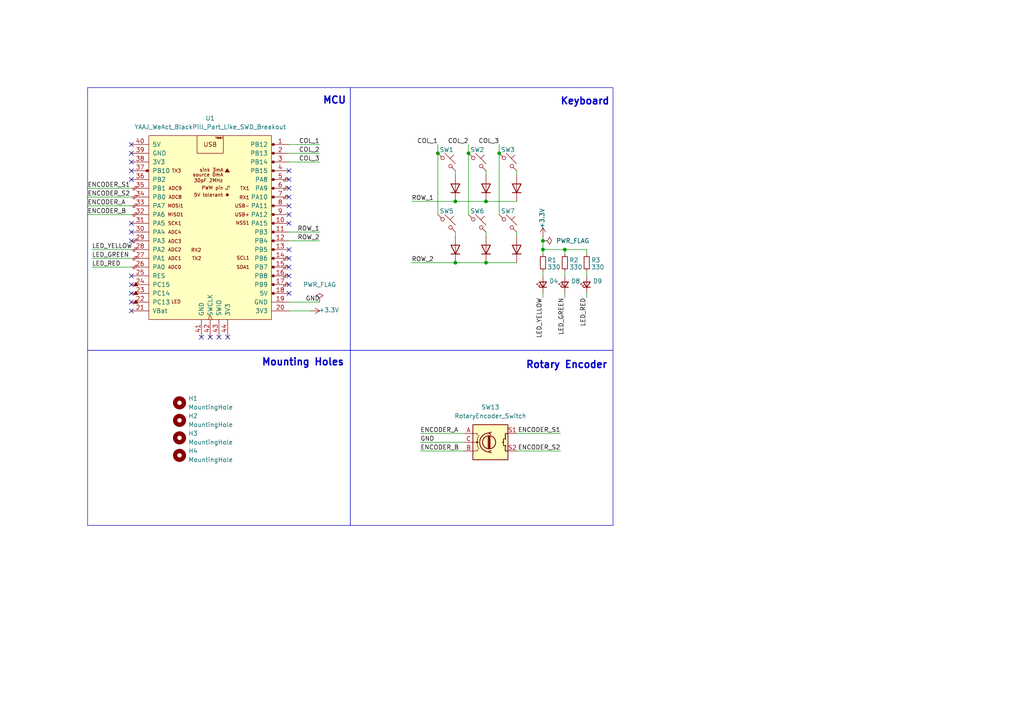
<source format=kicad_sch>
(kicad_sch (version 20231120) (generator "eeschema") (generator_version "8.0")
  (paper "A4")
  (title_block (title "blackpkb") (date "2024-06-07") (rev "v0.1") (company "author - alcato"))
  (lib_symbols
    (symbol "Device:LED_Small" (pin_numbers hide) (pin_names (offset 0.254) hide)
      (property "Reference" "D" (at -1.27 3.175 0))
      (property "Value" "LED_Small" (at -4.445 -2.54 0))
      (symbol "LED_Small_0_1"
        (polyline (pts (xy -0.762 -1.016) (xy -0.762 1.016)) (stroke (width 0.254)))
        (polyline (pts (xy 1.016 0) (xy -0.762 0)))
        (polyline (pts (xy 0.762 -1.016) (xy -0.762 0) (xy 0.762 1.016) (xy 0.762 -1.016)) (stroke (width 0.254)))
        (polyline (pts (xy 0 0.762) (xy -0.508 1.27) (xy -0.254 1.27) (xy -0.508 1.27) (xy -0.508 1.016)))
        (polyline (pts (xy 0.508 1.27) (xy 0 1.778) (xy 0.254 1.778) (xy 0 1.778) (xy 0 1.524)))
      )
      (symbol "LED_Small_1_1"
        (pin passive line (at -2.54 0 0) (length 1.778) (name "K") (number "1"))
        (pin passive line (at 2.54 0 180) (length 1.778) (name "A") (number "2"))
      )
    )
    (symbol "Device:R_Small" (pin_numbers hide) (pin_names (offset 0.254) hide)
      (property "Reference" "R" (at 0.762 0.508 0))
      (property "Value" "R_Small" (at 0.762 -1.016 0))
      (symbol "R_Small_0_1"
        (rectangle (start -0.762 1.778) (end 0.762 -1.778) (stroke (width 0.2032)))
      )
      (symbol "R_Small_1_1"
        (pin passive line (at 0 2.54 270) (length 0.762) (name "~") (number "1"))
        (pin passive line (at 0 -2.54 90) (length 0.762) (name "~") (number "2"))
      )
    )
    (symbol "Device:RotaryEncoder_Switch" (pin_names (offset 0.254) hide)
      (property "Reference" "SW" (at 0 6.604 0))
      (property "Value" "RotaryEncoder_Switch" (at 0 -6.604 0))
      (symbol "RotaryEncoder_Switch_0_1"
        (rectangle (start -5.08 5.08) (end 5.08 -5.08) (stroke (width 0.254)) (fill (type background)))
        (circle (center -3.81 0) (radius 0.254) (fill (type outline)))
        (circle (center -0.381 0) (radius 1.905) (stroke (width 0.254)))
        (arc (start -0.381 2.667) (mid -3.0988 -0.0635) (end -0.381 -2.794) (stroke (width 0.254)))
        (polyline (pts (xy -0.635 -1.778) (xy -0.635 1.778)) (stroke (width 0.254)))
        (polyline (pts (xy -0.381 -1.778) (xy -0.381 1.778)) (stroke (width 0.254)))
        (polyline (pts (xy -0.127 1.778) (xy -0.127 -1.778)) (stroke (width 0.254)))
        (polyline (pts (xy 3.81 0) (xy 3.429 0)) (stroke (width 0.254)))
        (polyline (pts (xy 3.81 1.016) (xy 3.81 -1.016)) (stroke (width 0.254)))
        (polyline (pts (xy -5.08 -2.54) (xy -3.81 -2.54) (xy -3.81 -2.032)))
        (polyline (pts (xy -5.08 2.54) (xy -3.81 2.54) (xy -3.81 2.032)))
        (polyline (pts (xy 0.254 -3.048) (xy -0.508 -2.794) (xy 0.127 -2.413)) (stroke (width 0.254)))
        (polyline (pts (xy 0.254 2.921) (xy -0.508 2.667) (xy 0.127 2.286)) (stroke (width 0.254)))
        (polyline (pts (xy 5.08 -2.54) (xy 4.318 -2.54) (xy 4.318 -1.016)) (stroke (width 0.254)))
        (polyline (pts (xy 5.08 2.54) (xy 4.318 2.54) (xy 4.318 1.016)) (stroke (width 0.254)))
        (polyline (pts (xy -5.08 0) (xy -3.81 0) (xy -3.81 -1.016) (xy -3.302 -2.032)))
        (polyline (pts (xy -4.318 0) (xy -3.81 0) (xy -3.81 1.016) (xy -3.302 2.032)))
        (circle (center 4.318 -1.016) (radius 0.127) (stroke (width 0.254)))
        (circle (center 4.318 1.016) (radius 0.127) (stroke (width 0.254)))
      )
      (symbol "RotaryEncoder_Switch_1_1"
        (pin passive line (at -7.62 2.54 0) (length 2.54) (name "A") (number "A"))
        (pin passive line (at -7.62 -2.54 0) (length 2.54) (name "B") (number "B"))
        (pin passive line (at -7.62 0 0) (length 2.54) (name "C") (number "C"))
        (pin passive line (at 7.62 2.54 180) (length 2.54) (name "S1") (number "S1"))
        (pin passive line (at 7.62 -2.54 180) (length 2.54) (name "S2") (number "S2"))
      )
    )
    (symbol "Diode:1N4148" (pin_numbers hide) (pin_names hide)
      (property "Reference" "D" (at 0 2.54 0))
      (property "Value" "1N4148" (at 0 -2.54 0))
      (symbol "1N4148_0_1"
        (polyline (pts (xy -1.27 1.27) (xy -1.27 -1.27)) (stroke (width 0.254)))
        (polyline (pts (xy 1.27 0) (xy -1.27 0)))
        (polyline (pts (xy 1.27 1.27) (xy 1.27 -1.27) (xy -1.27 0) (xy 1.27 1.27)) (stroke (width 0.254)))
      )
      (symbol "1N4148_1_1"
        (pin passive line (at -3.81 0 0) (length 2.54) (name "K") (number "1"))
        (pin passive line (at 3.81 0 180) (length 2.54) (name "A") (number "2"))
      )
    )
    (symbol "Mechanical:MountingHole" (pin_names (offset 1.016)) (exclude_from_sim yes) (in_bom no)
      (property "Reference" "H" (at 0 5.08 0))
      (property "Value" "MountingHole" (at 0 3.175 0))
      (symbol "MountingHole_0_1"
        (circle (center 0 0) (radius 1.27) (stroke (width 1.27)))
      )
    )
    (symbol "Switch:SW_Push_45deg" (pin_numbers hide) (pin_names (offset 1.016) hide)
      (property "Reference" "SW" (at 3.048 1.016 0))
      (property "Value" "SW_Push_45deg" (at 0 -3.81 0))
      (symbol "SW_Push_45deg_0_1"
        (circle (center -1.1684 1.1684) (radius 0.508))
        (polyline (pts (xy -0.508 2.54) (xy 2.54 -0.508)))
        (polyline (pts (xy 1.016 1.016) (xy 2.032 2.032)))
        (polyline (pts (xy -2.54 2.54) (xy -1.524 1.524) (xy -1.524 1.524)))
        (polyline (pts (xy 1.524 -1.524) (xy 2.54 -2.54) (xy 2.54 -2.54) (xy 2.54 -2.54)))
        (circle (center 1.143 -1.1938) (radius 0.508))
        (pin passive line (at -2.54 2.54 0) (length 0) (name "1") (number "1"))
        (pin passive line (at 2.54 -2.54 180) (length 0) (name "2") (number "2"))
      )
    )
    (symbol "YAAJ_WeAct_BlackPill_Part_Like_SWD_Breakout:YAAJ_WeAct_BlackPill_Part_Like_SWD_Breakout" (pin_names (offset 1.016))
      (property "Reference" "U" (at -17.526 27.94 0))
      (property "Value" "YAAJ_WeAct_BlackPill_Part_Like_SWD_Breakout" (at 9.144 27.94 0))
      (symbol "YAAJ_WeAct_BlackPill_Part_Like_SWD_Breakout_0_0"
        (circle (center -18.288 -20.32) (radius 0.3556) (fill (type outline)))
        (circle (center -18.288 -17.78) (radius 0.3556) (fill (type outline)))
        (circle (center -18.288 -15.24) (radius 0.3556) (fill (type outline)))
        (circle (center -18.288 -12.7) (radius 0.3556) (fill (type outline)))
        (circle (center -18.288 -10.16) (radius 0.3556) (fill (type outline)))
        (circle (center -18.288 -7.62) (radius 0.3556) (fill (type outline)))
        (circle (center -18.288 -5.08) (radius 0.3556) (fill (type outline)))
        (circle (center -18.288 -2.54) (radius 0.3556) (fill (type outline)))
        (circle (center -18.288 0) (radius 0.3556) (fill (type outline)))
        (circle (center -18.288 2.54) (radius 0.3556) (fill (type outline)))
        (circle (center -18.288 5.08) (radius 0.3556) (fill (type outline)))
        (circle (center -18.288 7.62) (radius 0.3556) (fill (type outline)))
        (circle (center -18.288 10.16) (radius 0.3556) (fill (type outline)))
        (circle (center -18.288 12.7) (radius 0.3556) (fill (type outline)))
        (circle (center -18.288 15.24) (radius 0.3556) (fill (type outline)))
        (circle (center -18.288 17.78) (radius 0.3556) (fill (type outline)))
        (circle (center -18.288 22.86) (radius 0.3556) (fill (type outline)))
        (circle (center -4.953 8.255) (radius 0.127) (fill (type outline)))
        (circle (center -4.953 8.255) (radius 0.254))
        (circle (center -4.953 8.255) (radius 0.3556))
        (polyline (pts (xy -5.588 14.859) (xy -4.953 15.875) (xy -4.318 14.859) (xy -5.588 14.859) (xy -4.953 15.748) (xy -4.445 14.859) (xy -5.461 14.986) (xy -4.953 15.621) (xy -4.572 14.859) (xy -5.334 15.113) (xy -4.826 15.494) (xy -4.699 14.859) (xy -5.207 15.24) (xy -4.699 15.367) (xy -4.826 14.986) (xy -5.08 15.24) (xy -4.826 15.113) (xy -4.953 15.367)))
        (polyline (pts (xy 20.955 -23.241) (xy 21.59 -22.225) (xy 22.225 -23.241) (xy 20.955 -23.241) (xy 21.59 -22.352) (xy 22.098 -23.241) (xy 21.082 -23.114) (xy 21.59 -22.479) (xy 21.971 -23.241) (xy 21.209 -22.987) (xy 21.717 -22.606) (xy 21.844 -23.241) (xy 21.336 -22.86) (xy 21.844 -22.733) (xy 21.717 -23.114) (xy 21.463 -22.86) (xy 21.717 -22.987) (xy 21.59 -22.733)))
        (polyline (pts (xy 20.955 -20.701) (xy 21.59 -19.685) (xy 22.225 -20.701) (xy 20.955 -20.701) (xy 21.59 -19.812) (xy 22.098 -20.701) (xy 21.082 -20.574) (xy 21.59 -19.939) (xy 21.971 -20.701) (xy 21.209 -20.447) (xy 21.717 -20.066) (xy 21.844 -20.701) (xy 21.336 -20.32) (xy 21.844 -20.193) (xy 21.717 -20.574) (xy 21.463 -20.32) (xy 21.717 -20.447) (xy 21.59 -20.193)))
        (polyline (pts (xy 20.955 -18.161) (xy 21.59 -17.145) (xy 22.225 -18.161) (xy 20.955 -18.161) (xy 21.59 -17.272) (xy 22.098 -18.161) (xy 21.082 -18.034) (xy 21.59 -17.399) (xy 21.971 -18.161) (xy 21.209 -17.907) (xy 21.717 -17.526) (xy 21.844 -18.161) (xy 21.336 -17.78) (xy 21.844 -17.653) (xy 21.717 -18.034) (xy 21.463 -17.78) (xy 21.717 -17.907) (xy 21.59 -17.653)))
        (circle (center 18.288 15.24) (radius 0.254) (fill (type outline)))
        (circle (center 18.288 15.24) (radius 0.3556))
        (text "30pF 2MHz" (at 0.508 12.446 0) (effects (font (size 0.9906 0.9906))))
        (text "5V tolerant" (at 0.508 8.255 0) (effects (font (size 0.9906 0.9906))))
        (text "ADC0" (at 10.287 -12.7 0) (effects (font (size 0.9906 0.9906))))
        (text "ADC1" (at 10.287 -10.16 0) (effects (font (size 0.9906 0.9906))))
        (text "ADC2" (at 10.287 -7.62 0) (effects (font (size 0.9906 0.9906))))
        (text "ADC3" (at 10.287 -5.207 0) (effects (font (size 0.9906 0.9906))))
        (text "ADC4" (at 10.287 -2.54 0) (effects (font (size 0.9906 0.9906))))
        (text "ADC8" (at 10.16 7.62 0) (effects (font (size 0.9906 0.9906))))
        (text "ADC9" (at 10.16 10.16 0) (effects (font (size 0.9906 0.9906))))
        (text "LED" (at 9.906 -22.733 0) (effects (font (size 0.9906 0.9906))))
        (text "MISO1" (at 10.033 2.54 0) (effects (font (size 0.9906 0.9906))))
        (text "MOSI1" (at 10.033 5.08 0) (effects (font (size 0.9906 0.9906))))
        (text "NSS1" (at -9.398 0.127 0) (effects (font (size 0.9906 0.9906))))
        (text "PWM pin" (at -0.635 10.287 0) (effects (font (size 0.9906 0.9906))))
        (text "RX1" (at -9.906 7.493 0) (effects (font (size 0.9906 0.9906))))
        (text "RX2" (at 4.064 -7.747 0) (effects (font (size 0.9906 0.9906))))
        (text "SCK1" (at 10.287 0 0) (effects (font (size 0.9906 0.9906))))
        (text "SCL1" (at -9.525 -10.033 0) (effects (font (size 0.9906 0.9906))))
        (text "SDA1" (at -9.525 -12.7 0) (effects (font (size 0.9906 0.9906))))
        (text "sink 3mA" (at -0.381 15.494 0) (effects (font (size 0.9906 0.9906))))
        (text "source 0mA" (at 0.635 14.097 0) (effects (font (size 0.9906 0.9906))))
        (text "TX1" (at -10.033 10.16 0) (effects (font (size 0.9906 0.9906))))
        (text "TX2" (at 3.937 -10.16 0) (effects (font (size 0.9906 0.9906))))
        (text "TX3" (at 9.779 15.24 0) (effects (font (size 0.9906 0.9906))))
        (text "USB" (at 0 22.86 0) (effects (font (size 1.27 1.27))))
        (text "USB+" (at -9.271 2.54 0) (effects (font (size 0.9906 0.9906))))
        (text "USB-" (at -9.271 5.08 0) (effects (font (size 0.9906 0.9906))))
        (text "Y@@J" (at -2.5654 24.8412 0) (effects (font (size 0.508 0.508))))
      )
      (symbol "YAAJ_WeAct_BlackPill_Part_Like_SWD_Breakout_0_1"
        (rectangle (start -17.78 25.4) (end 17.78 -27.94) (fill (type background)))
        (polyline (pts (xy -21.336 -17.78) (xy -21.336 -18.288) (xy -21.844 -18.288) (xy -21.844 -17.272) (xy -22.352 -17.272) (xy -22.352 -17.78)))
        (polyline (pts (xy -21.336 -15.24) (xy -21.336 -15.748) (xy -21.844 -15.748) (xy -21.844 -14.732) (xy -22.352 -14.732) (xy -22.352 -15.24)))
        (polyline (pts (xy -21.336 -12.7) (xy -21.336 -13.208) (xy -21.844 -13.208) (xy -21.844 -12.192) (xy -22.352 -12.192) (xy -22.352 -12.7)))
        (polyline (pts (xy -21.336 -10.16) (xy -21.336 -10.668) (xy -21.844 -10.668) (xy -21.844 -9.652) (xy -22.352 -9.652) (xy -22.352 -10.16)))
        (polyline (pts (xy -21.336 7.62) (xy -21.336 7.112) (xy -21.844 7.112) (xy -21.844 8.128) (xy -22.352 8.128) (xy -22.352 7.62)))
        (polyline (pts (xy -21.336 10.16) (xy -21.336 9.652) (xy -21.844 9.652) (xy -21.844 10.668) (xy -22.352 10.668) (xy -22.352 10.16)))
        (polyline (pts (xy -21.336 12.7) (xy -21.336 12.192) (xy -21.844 12.192) (xy -21.844 13.208) (xy -22.352 13.208) (xy -22.352 12.7)))
        (polyline (pts (xy -4.572 10.287) (xy -4.572 9.779) (xy -5.08 9.779) (xy -5.08 10.795) (xy -5.588 10.795) (xy -5.588 10.287)))
        (polyline (pts (xy 22.352 -12.7) (xy 22.352 -13.208) (xy 21.844 -13.208) (xy 21.844 -12.192) (xy 21.336 -12.192) (xy 21.336 -12.7)))
        (polyline (pts (xy 22.352 -10.16) (xy 22.352 -10.668) (xy 21.844 -10.668) (xy 21.844 -9.652) (xy 21.336 -9.652) (xy 21.336 -10.16)))
        (polyline (pts (xy 22.352 -7.62) (xy 22.352 -8.128) (xy 21.844 -8.128) (xy 21.844 -7.112) (xy 21.336 -7.112) (xy 21.336 -7.62)))
        (polyline (pts (xy 22.352 -5.08) (xy 22.352 -5.588) (xy 21.844 -5.588) (xy 21.844 -4.572) (xy 21.336 -4.572) (xy 21.336 -5.08)))
        (polyline (pts (xy 22.352 2.54) (xy 22.352 2.032) (xy 21.844 2.032) (xy 21.844 3.048) (xy 21.336 3.048) (xy 21.336 2.54)))
        (polyline (pts (xy 22.352 5.08) (xy 22.352 4.572) (xy 21.844 4.572) (xy 21.844 5.588) (xy 21.336 5.588) (xy 21.336 5.08)))
        (polyline (pts (xy 22.352 7.62) (xy 22.352 7.112) (xy 21.844 7.112) (xy 21.844 8.128) (xy 21.336 8.128) (xy 21.336 7.62)))
        (polyline (pts (xy 22.352 10.16) (xy 22.352 9.652) (xy 21.844 9.652) (xy 21.844 10.668) (xy 21.336 10.668) (xy 21.336 10.16)))
        (rectangle (start 3.81 25.4) (end -3.81 20.32))
      )
      (symbol "YAAJ_WeAct_BlackPill_Part_Like_SWD_Breakout_1_1"
        (circle (center -18.288 20.32) (radius 0.3556) (fill (type outline)))
        (pin bidirectional line (at -22.86 22.86 0) (length 5.08) (name "PB12") (number "1"))
        (pin bidirectional line (at -22.86 0 0) (length 5.08) (name "PA15") (number "10"))
        (pin bidirectional line (at -22.86 -2.54 0) (length 5.08) (name "PB3") (number "11"))
        (pin bidirectional line (at -22.86 -5.08 0) (length 5.08) (name "PB4") (number "12"))
        (pin bidirectional line (at -22.86 -7.62 0) (length 5.08) (name "PB5") (number "13"))
        (pin bidirectional line (at -22.86 -10.16 0) (length 5.08) (name "PB6") (number "14"))
        (pin bidirectional line (at -22.86 -12.7 0) (length 5.08) (name "PB7") (number "15"))
        (pin bidirectional line (at -22.86 -15.24 0) (length 5.08) (name "PB8") (number "16"))
        (pin bidirectional line (at -22.86 -17.78 0) (length 5.08) (name "PB9") (number "17"))
        (pin power_in line (at -22.86 -20.32 0) (length 5.08) (name "5V") (number "18"))
        (pin power_in line (at -22.86 -22.86 0) (length 5.08) (name "GND") (number "19"))
        (pin bidirectional line (at -22.86 20.32 0) (length 5.08) (name "PB13") (number "2"))
        (pin power_in line (at -22.86 -25.4 0) (length 5.08) (name "3V3") (number "20"))
        (pin power_in line (at 22.86 -25.4 180) (length 5.08) (name "VBat") (number "21"))
        (pin bidirectional line (at 22.86 -22.86 180) (length 5.08) (name "PC13") (number "22"))
        (pin bidirectional line (at 22.86 -20.32 180) (length 5.08) (name "PC14") (number "23"))
        (pin bidirectional line (at 22.86 -17.78 180) (length 5.08) (name "PC15") (number "24"))
        (pin input line (at 22.86 -15.24 180) (length 5.08) (name "RES") (number "25"))
        (pin bidirectional line (at 22.86 -12.7 180) (length 5.08) (name "PA0") (number "26"))
        (pin bidirectional line (at 22.86 -10.16 180) (length 5.08) (name "PA1") (number "27"))
        (pin bidirectional line (at 22.86 -7.62 180) (length 5.08) (name "PA2") (number "28"))
        (pin bidirectional line (at 22.86 -5.08 180) (length 5.08) (name "PA3") (number "29"))
        (pin bidirectional line (at -22.86 17.78 0) (length 5.08) (name "PB14") (number "3"))
        (pin bidirectional line (at 22.86 -2.54 180) (length 5.08) (name "PA4") (number "30"))
        (pin bidirectional line (at 22.86 0 180) (length 5.08) (name "PA5") (number "31"))
        (pin bidirectional line (at 22.86 2.54 180) (length 5.08) (name "PA6") (number "32"))
        (pin bidirectional line (at 22.86 5.08 180) (length 5.08) (name "PA7") (number "33"))
        (pin bidirectional line (at 22.86 7.62 180) (length 5.08) (name "PB0") (number "34"))
        (pin bidirectional line (at 22.86 10.16 180) (length 5.08) (name "PB1") (number "35"))
        (pin bidirectional line (at 22.86 12.7 180) (length 5.08) (name "PB2") (number "36"))
        (pin bidirectional line (at 22.86 15.24 180) (length 5.08) (name "PB10") (number "37"))
        (pin power_in line (at 22.86 17.78 180) (length 5.08) (name "3V3") (number "38"))
        (pin power_in line (at 22.86 20.32 180) (length 5.08) (name "GND") (number "39"))
        (pin bidirectional line (at -22.86 15.24 0) (length 5.08) (name "PB15") (number "4"))
        (pin power_in line (at 22.86 22.86 180) (length 5.08) (name "5V") (number "40"))
        (pin power_in line (at 2.54 -33.02 90) (length 5.08) (name "GND") (number "41"))
        (pin bidirectional clock (at 0 -33.02 90) (length 5.08) (name "SWCLK") (number "42"))
        (pin bidirectional line (at -2.54 -33.02 90) (length 5.08) (name "SWIO") (number "43"))
        (pin power_in line (at -5.08 -33.02 90) (length 5.08) (name "3V3") (number "44"))
        (pin bidirectional line (at -22.86 12.7 0) (length 5.08) (name "PA8") (number "5"))
        (pin bidirectional line (at -22.86 10.16 0) (length 5.08) (name "PA9") (number "6"))
        (pin bidirectional line (at -22.86 7.62 0) (length 5.08) (name "PA10") (number "7"))
        (pin bidirectional line (at -22.86 5.08 0) (length 5.08) (name "PA11") (number "8"))
        (pin bidirectional line (at -22.86 2.54 0) (length 5.08) (name "PA12") (number "9"))
      )
    )
    (symbol "power:+3.3V" (power) (pin_numbers hide) (pin_names (offset 0) hide)
      (property "Value" "+3.3V" (at 0 3.556 0))
      (symbol "+3.3V_0_1"
        (polyline (pts (xy -0.762 1.27) (xy 0 2.54)))
        (polyline (pts (xy 0 0) (xy 0 2.54)))
        (polyline (pts (xy 0 2.54) (xy 0.762 1.27)))
      )
      (symbol "+3.3V_1_1"
        (pin power_in line (at 0 0 90) (length 0) (name "~") (number "1"))
      )
    )
    (symbol "power:PWR_FLAG" (power) (pin_numbers hide) (pin_names (offset 0) hide)
      (property "Value" "PWR_FLAG" (at 0 3.81 0))
      (symbol "PWR_FLAG_0_0"
        (pin power_out line (at 0 0 90) (length 0) (name "~") (number "1"))
      )
      (symbol "PWR_FLAG_0_1"
        (polyline (pts (xy 0 0) (xy 0 1.27) (xy -1.016 1.905) (xy 0 2.54) (xy 1.016 1.905) (xy 0 1.27)))
      )
    )
  )
  (junction (at 140.97 58.42))
  (junction (at 163.83 72.39))
  (junction (at 135.89 44.45))
  (junction (at 144.78 44.45))
  (junction (at 127 44.45))
  (junction (at 140.97 76.2))
  (junction (at 157.48 69.85))
  (junction (at 132.08 76.2))
  (junction (at 132.08 58.42))
  (junction (at 157.48 72.39))
  (no_connect (at 38.1 52.07))
  (no_connect (at 60.96 97.79))
  (no_connect (at 38.1 67.31))
  (no_connect (at 83.82 57.15))
  (no_connect (at 83.82 80.01))
  (no_connect (at 83.82 72.39))
  (no_connect (at 38.1 80.01))
  (no_connect (at 83.82 82.55))
  (no_connect (at 83.82 52.07))
  (no_connect (at 83.82 54.61))
  (no_connect (at 83.82 59.69))
  (no_connect (at 38.1 41.91))
  (no_connect (at 38.1 49.53))
  (no_connect (at 38.1 69.85))
  (no_connect (at 83.82 74.93))
  (no_connect (at 38.1 46.99))
  (no_connect (at 63.5 97.79))
  (no_connect (at 58.42 97.79))
  (no_connect (at 38.1 64.77))
  (no_connect (at 38.1 44.45))
  (no_connect (at 83.82 49.53))
  (no_connect (at 38.1 85.09))
  (no_connect (at 38.1 90.17))
  (no_connect (at 83.82 64.77))
  (no_connect (at 83.82 77.47))
  (no_connect (at 38.1 87.63))
  (no_connect (at 83.82 85.09))
  (no_connect (at 83.82 62.23))
  (no_connect (at 66.04 97.79))
  (no_connect (at 38.1 82.55))
  (wire (pts (xy 157.48 85.09) (xy 157.48 86.36)))
  (wire (pts (xy 25.4 54.61) (xy 38.1 54.61)))
  (wire (pts (xy 157.48 68.58) (xy 157.48 69.85)))
  (wire (pts (xy 140.97 76.2) (xy 149.86 76.2)))
  (wire (pts (xy 132.08 76.2) (xy 140.97 76.2)))
  (wire (pts (xy 26.67 72.39) (xy 38.1 72.39)))
  (wire (pts (xy 119.38 58.42) (xy 132.08 58.42)))
  (wire (pts (xy 163.83 85.09) (xy 163.83 86.36)))
  (wire (pts (xy 83.82 67.31) (xy 92.71 67.31)))
  (wire (pts (xy 25.4 57.15) (xy 38.1 57.15)))
  (wire (pts (xy 121.92 130.81) (xy 134.62 130.81)))
  (wire (pts (xy 149.86 130.81) (xy 162.56 130.81)))
  (wire (pts (xy 170.18 72.39) (xy 170.18 73.66)))
  (wire (pts (xy 149.86 125.73) (xy 162.56 125.73)))
  (wire (pts (xy 157.48 69.85) (xy 157.48 72.39)))
  (wire (pts (xy 157.48 78.74) (xy 157.48 80.01)))
  (wire (pts (xy 157.48 72.39) (xy 157.48 73.66)))
  (wire (pts (xy 149.86 67.31) (xy 149.86 68.58)))
  (wire (pts (xy 144.78 41.91) (xy 144.78 44.45)))
  (wire (pts (xy 140.97 58.42) (xy 149.86 58.42)))
  (wire (pts (xy 26.67 74.93) (xy 38.1 74.93)))
  (wire (pts (xy 132.08 49.53) (xy 132.08 50.8)))
  (wire (pts (xy 132.08 67.31) (xy 132.08 68.58)))
  (wire (pts (xy 26.67 77.47) (xy 38.1 77.47)))
  (wire (pts (xy 163.83 78.74) (xy 163.83 80.01)))
  (wire (pts (xy 25.4 59.69) (xy 38.1 59.69)))
  (wire (pts (xy 157.48 72.39) (xy 163.83 72.39)))
  (wire (pts (xy 135.89 44.45) (xy 135.89 62.23)))
  (wire (pts (xy 119.38 76.2) (xy 132.08 76.2)))
  (wire (pts (xy 127 41.91) (xy 127 44.45)))
  (wire (pts (xy 127 44.45) (xy 127 62.23)))
  (wire (pts (xy 83.82 69.85) (xy 92.71 69.85)))
  (wire (pts (xy 83.82 44.45) (xy 92.71 44.45)))
  (wire (pts (xy 170.18 85.09) (xy 170.18 86.36)))
  (wire (pts (xy 140.97 49.53) (xy 140.97 50.8)))
  (wire (pts (xy 132.08 58.42) (xy 140.97 58.42)))
  (wire (pts (xy 170.18 78.74) (xy 170.18 80.01)))
  (wire (pts (xy 144.78 44.45) (xy 144.78 62.23)))
  (wire (pts (xy 135.89 41.91) (xy 135.89 44.45)))
  (wire (pts (xy 149.86 49.53) (xy 149.86 50.8)))
  (wire (pts (xy 121.92 128.27) (xy 134.62 128.27)))
  (wire (pts (xy 121.92 125.73) (xy 134.62 125.73)))
  (wire (pts (xy 140.97 67.31) (xy 140.97 68.58)))
  (wire (pts (xy 163.83 72.39) (xy 170.18 72.39)))
  (wire (pts (xy 83.82 90.17) (xy 90.17 90.17)))
  (wire (pts (xy 83.82 41.91) (xy 92.71 41.91)))
  (wire (pts (xy 83.82 87.63) (xy 92.71 87.63)))
  (wire (pts (xy 83.82 46.99) (xy 92.71 46.99)))
  (wire (pts (xy 163.83 72.39) (xy 163.83 73.66)))
  (wire (pts (xy 25.4 62.23) (xy 38.1 62.23)))
  (rectangle (start 25.4 25.4) (end 101.6 101.6))
  (rectangle (start 101.6 25.4) (end 177.8 101.6))
  (rectangle (start 101.6 101.6) (end 177.8 152.4))
  (rectangle (start 25.4 101.6) (end 101.6 152.4))
  (text "Keyboard" (at 169.672 29.464 0) (effects (font (size 2.032 2.032) (bold yes))))
  (text "Mounting Holes" (at 87.884 105.156 0) (effects (font (size 2.032 2.032) (bold yes))))
  (text "MCU" (at 97.028 29.21 0) (effects (font (size 2.032 2.032) (bold yes))))
  (text "Rotary Encoder" (at 164.338 105.918 0) (effects (font (size 2.032 2.032) (bold yes))))
  (label "ENCODER_A" (at 25.4 59.69 0))
  (label "COL_2" (at 135.89 41.91 180))
  (label "ROW_1" (at 92.71 67.31 180))
  (label "COL_1" (at 127 41.91 180))
  (label "COL_3" (at 92.71 46.99 180))
  (label "ROW_2" (at 119.38 76.2 0))
  (label "ENCODER_S1" (at 162.56 125.73 180))
  (label "LED_YELLOW" (at 26.67 72.39 0))
  (label "COL_1" (at 92.71 41.91 180))
  (label "ROW_2" (at 92.71 69.85 180))
  (label "ROW_1" (at 119.38 58.42 0))
  (label "GND" (at 92.71 87.63 180))
  (label "LED_RED" (at 26.67 77.47 0))
  (label "LED_GREEN" (at 26.67 74.93 0))
  (label "ENCODER_S1" (at 25.4 54.61 0))
  (label "ENCODER_B" (at 121.92 130.81 0))
  (label "GND" (at 121.92 128.27 0))
  (label "ENCODER_S2" (at 25.4 57.15 0))
  (label "LED_YELLOW" (at 157.48 86.36 270))
  (label "COL_2" (at 92.71 44.45 180))
  (label "COL_3" (at 144.78 41.91 180))
  (label "ENCODER_S2" (at 162.56 130.81 180))
  (label "ENCODER_B" (at 25.4 62.23 0))
  (label "LED_RED" (at 170.18 86.36 270))
  (label "ENCODER_A" (at 121.92 125.73 0))
  (label "LED_GREEN" (at 163.83 86.36 270))
  (symbol (lib_id "Switch:SW_Push_45deg") (at 129.54 64.77 0) (unit 1)
    (property "Reference" "SW5" (at 129.54 61.214 0))
    (property "Value" "SW_Push_45deg" (effects (hide yes)))
    (property "Footprint" "Button_Switch_Keyboard:SW_Cherry_MX_1.00u_PCB" (effects (hide yes)))
    (property "Description" "Push button switch, normally open, two pins, 45° tilted" (effects (hide yes)))
  )
  (symbol (lib_id "Device:LED_Small") (at 157.48 82.55 90) (unit 1)
    (property "Reference" "D4" (at 159.258 81.534 90) (effects (justify right)))
    (property "Value" "LED_Small" (effects (hide yes)))
    (property "Footprint" "LED_THT:LED_D3.0mm" (effects (hide yes)))
    (property "Description" "Light emitting diode, small symbol" (effects (hide yes)))
  )
  (symbol (lib_id "Mechanical:MountingHole") (at 52.07 127 0) (unit 1) (exclude_from_sim yes) (in_bom no)
    (property "Reference" "H3" (at 54.61 125.7299 0) (effects (justify left)))
    (property "Value" "MountingHole" (at 54.61 128.2699 0) (effects (justify left)))
    (property "Footprint" "MountingHole:MountingHole_2.7mm_M2.5" (effects (hide yes)))
    (property "Description" "Mounting Hole without connection" (effects (hide yes)))
  )
  (symbol (lib_id "Switch:SW_Push_45deg") (at 147.32 46.99 0) (unit 1)
    (property "Reference" "SW3" (at 147.32 43.434 0))
    (property "Value" "SW_Push_45deg" (effects (hide yes)))
    (property "Footprint" "Button_Switch_Keyboard:SW_Cherry_MX_1.00u_PCB" (effects (hide yes)))
    (property "Description" "Push button switch, normally open, two pins, 45° tilted" (effects (hide yes)))
  )
  (symbol (lib_id "Diode:1N4148") (at 140.97 54.61 90) (unit 1)
    (property "Reference" "D2" (effects (hide yes)))
    (property "Value" "1N4148" (effects (hide yes)))
    (property "Footprint" "Diode_THT:D_DO-35_SOD27_P7.62mm_Horizontal" (effects (hide yes)))
    (property "Datasheet" "https://assets.nexperia.com/documents/data-sheet/1N4148_1N4448.pdf" (effects (hide yes)))
    (property "Description" "100V 0.15A standard switching diode, DO-35" (effects (hide yes)))
    (property "Sim.Device" "D" (effects (hide yes)))
    (property "Sim.Pins" "1=K 2=A" (effects (hide yes)))
  )
  (symbol (lib_id "Mechanical:MountingHole") (at 52.07 116.84 0) (unit 1) (exclude_from_sim yes) (in_bom no)
    (property "Reference" "H1" (at 54.61 115.5699 0) (effects (justify left)))
    (property "Value" "MountingHole" (at 54.61 118.1099 0) (effects (justify left)))
    (property "Footprint" "MountingHole:MountingHole_2.7mm_M2.5" (effects (hide yes)))
    (property "Description" "Mounting Hole without connection" (effects (hide yes)))
  )
  (symbol (lib_id "Device:R_Small") (at 163.83 76.2 0) (unit 1)
    (property "Reference" "R2" (at 165.1 75.438 0) (effects (justify left)))
    (property "Value" "330" (at 165.1 77.47 0) (effects (justify left)))
    (property "Footprint" "Resistor_THT:R_Axial_DIN0207_L6.3mm_D2.5mm_P7.62mm_Horizontal" (effects (hide yes)))
    (property "Description" "Resistor, small symbol" (effects (hide yes)))
  )
  (symbol (lib_id "power:PWR_FLAG") (at 157.48 69.85 270) (unit 1)
    (property "Reference" "#FLG02" (effects (hide yes)))
    (property "Value" "PWR_FLAG" (at 161.29 69.8499 90) (effects (justify left)))
    (property "Description" "Special symbol for telling ERC where power comes from" (effects (hide yes)))
  )
  (symbol (lib_id "Switch:SW_Push_45deg") (at 138.43 64.77 0) (unit 1)
    (property "Reference" "SW6" (at 138.43 61.214 0))
    (property "Value" "SW_Push_45deg" (effects (hide yes)))
    (property "Footprint" "Button_Switch_Keyboard:SW_Cherry_MX_1.00u_PCB" (effects (hide yes)))
    (property "Description" "Push button switch, normally open, two pins, 45° tilted" (effects (hide yes)))
  )
  (symbol (lib_id "Device:LED_Small") (at 170.18 82.55 90) (unit 1)
    (property "Reference" "D9" (at 171.958 81.534 90) (effects (justify right)))
    (property "Value" "LED_Small" (effects (hide yes)))
    (property "Footprint" "LED_THT:LED_D3.0mm" (effects (hide yes)))
    (property "Description" "Light emitting diode, small symbol" (effects (hide yes)))
  )
  (symbol (lib_id "Diode:1N4148") (at 149.86 54.61 90) (unit 1)
    (property "Reference" "D3" (effects (hide yes)))
    (property "Value" "1N4148" (effects (hide yes)))
    (property "Footprint" "Diode_THT:D_DO-35_SOD27_P7.62mm_Horizontal" (effects (hide yes)))
    (property "Datasheet" "https://assets.nexperia.com/documents/data-sheet/1N4148_1N4448.pdf" (effects (hide yes)))
    (property "Description" "100V 0.15A standard switching diode, DO-35" (effects (hide yes)))
    (property "Sim.Device" "D" (effects (hide yes)))
    (property "Sim.Pins" "1=K 2=A" (effects (hide yes)))
  )
  (symbol (lib_id "Switch:SW_Push_45deg") (at 138.43 46.99 0) (unit 1)
    (property "Reference" "SW2" (at 138.43 43.434 0))
    (property "Value" "SW_Push_45deg" (effects (hide yes)))
    (property "Footprint" "Button_Switch_Keyboard:SW_Cherry_MX_1.00u_PCB" (effects (hide yes)))
    (property "Description" "Push button switch, normally open, two pins, 45° tilted" (effects (hide yes)))
  )
  (symbol (lib_id "Diode:1N4148") (at 132.08 72.39 90) (unit 1)
    (property "Reference" "D5" (effects (hide yes)))
    (property "Value" "1N4148" (effects (hide yes)))
    (property "Footprint" "Diode_THT:D_DO-35_SOD27_P7.62mm_Horizontal" (effects (hide yes)))
    (property "Datasheet" "https://assets.nexperia.com/documents/data-sheet/1N4148_1N4448.pdf" (effects (hide yes)))
    (property "Description" "100V 0.15A standard switching diode, DO-35" (effects (hide yes)))
    (property "Sim.Device" "D" (effects (hide yes)))
    (property "Sim.Pins" "1=K 2=A" (effects (hide yes)))
  )
  (symbol (lib_id "power:+3.3V") (at 157.48 68.58 0) (unit 1)
    (property "Reference" "#PWR02" (effects (hide yes)))
    (property "Value" "+3.3V" (at 157.226 66.294 90) (effects (justify left)))
    (property "Description" "Power symbol creates a global label with name \"+3.3V\"" (effects (hide yes)))
  )
  (symbol (lib_id "Switch:SW_Push_45deg") (at 147.32 64.77 0) (unit 1)
    (property "Reference" "SW7" (at 147.32 61.214 0))
    (property "Value" "SW_Push_45deg" (effects (hide yes)))
    (property "Footprint" "Button_Switch_Keyboard:SW_Cherry_MX_1.00u_PCB" (effects (hide yes)))
    (property "Description" "Push button switch, normally open, two pins, 45° tilted" (effects (hide yes)))
  )
  (symbol (lib_id "Device:LED_Small") (at 163.83 82.55 90) (unit 1)
    (property "Reference" "D8" (at 165.608 81.534 90) (effects (justify right)))
    (property "Value" "LED_Small" (effects (hide yes)))
    (property "Footprint" "LED_THT:LED_D3.0mm" (effects (hide yes)))
    (property "Description" "Light emitting diode, small symbol" (effects (hide yes)))
  )
  (symbol (lib_id "Diode:1N4148") (at 132.08 54.61 90) (unit 1)
    (property "Reference" "D1" (effects (hide yes)))
    (property "Value" "1N4148" (effects (hide yes)))
    (property "Footprint" "Diode_THT:D_DO-35_SOD27_P7.62mm_Horizontal" (effects (hide yes)))
    (property "Datasheet" "https://assets.nexperia.com/documents/data-sheet/1N4148_1N4448.pdf" (effects (hide yes)))
    (property "Description" "100V 0.15A standard switching diode, DO-35" (effects (hide yes)))
    (property "Sim.Device" "D" (effects (hide yes)))
    (property "Sim.Pins" "1=K 2=A" (effects (hide yes)))
  )
  (symbol (lib_id "Switch:SW_Push_45deg") (at 129.54 46.99 0) (unit 1)
    (property "Reference" "SW1" (at 129.54 43.434 0))
    (property "Value" "SW_Push_45deg" (effects (hide yes)))
    (property "Footprint" "Button_Switch_Keyboard:SW_Cherry_MX_1.00u_PCB" (effects (hide yes)))
    (property "Description" "Push button switch, normally open, two pins, 45° tilted" (effects (hide yes)))
  )
  (symbol (lib_id "Diode:1N4148") (at 149.86 72.39 90) (unit 1)
    (property "Reference" "D7" (effects (hide yes)))
    (property "Value" "1N4148" (effects (hide yes)))
    (property "Footprint" "Diode_THT:D_DO-35_SOD27_P7.62mm_Horizontal" (effects (hide yes)))
    (property "Datasheet" "https://assets.nexperia.com/documents/data-sheet/1N4148_1N4448.pdf" (effects (hide yes)))
    (property "Description" "100V 0.15A standard switching diode, DO-35" (effects (hide yes)))
    (property "Sim.Device" "D" (effects (hide yes)))
    (property "Sim.Pins" "1=K 2=A" (effects (hide yes)))
  )
  (symbol (lib_id "Device:R_Small") (at 170.18 76.2 0) (unit 1)
    (property "Reference" "R3" (at 171.45 75.438 0) (effects (justify left)))
    (property "Value" "330" (at 171.45 77.47 0) (effects (justify left)))
    (property "Footprint" "Resistor_THT:R_Axial_DIN0207_L6.3mm_D2.5mm_P7.62mm_Horizontal" (effects (hide yes)))
    (property "Description" "Resistor, small symbol" (effects (hide yes)))
  )
  (symbol (lib_id "Mechanical:MountingHole") (at 52.07 121.92 0) (unit 1) (exclude_from_sim yes) (in_bom no)
    (property "Reference" "H2" (at 54.61 120.6499 0) (effects (justify left)))
    (property "Value" "MountingHole" (at 54.61 123.1899 0) (effects (justify left)))
    (property "Footprint" "MountingHole:MountingHole_2.7mm_M2.5" (effects (hide yes)))
    (property "Description" "Mounting Hole without connection" (effects (hide yes)))
  )
  (symbol (lib_id "power:PWR_FLAG") (at 92.71 87.63 0) (unit 1)
    (property "Reference" "#FLG01" (effects (hide yes)))
    (property "Value" "PWR_FLAG" (at 92.71 82.55 0))
    (property "Description" "Special symbol for telling ERC where power comes from" (effects (hide yes)))
  )
  (symbol (lib_id "Device:R_Small") (at 157.48 76.2 0) (unit 1)
    (property "Reference" "R1" (at 158.75 75.438 0) (effects (justify left)))
    (property "Value" "330" (at 158.75 77.47 0) (effects (justify left)))
    (property "Footprint" "Resistor_THT:R_Axial_DIN0207_L6.3mm_D2.5mm_P7.62mm_Horizontal" (effects (hide yes)))
    (property "Description" "Resistor, small symbol" (effects (hide yes)))
  )
  (symbol (lib_id "Diode:1N4148") (at 140.97 72.39 90) (unit 1)
    (property "Reference" "D6" (effects (hide yes)))
    (property "Value" "1N4148" (effects (hide yes)))
    (property "Footprint" "Diode_THT:D_DO-35_SOD27_P7.62mm_Horizontal" (effects (hide yes)))
    (property "Datasheet" "https://assets.nexperia.com/documents/data-sheet/1N4148_1N4448.pdf" (effects (hide yes)))
    (property "Description" "100V 0.15A standard switching diode, DO-35" (effects (hide yes)))
    (property "Sim.Device" "D" (effects (hide yes)))
    (property "Sim.Pins" "1=K 2=A" (effects (hide yes)))
  )
  (symbol (lib_id "YAAJ_WeAct_BlackPill_Part_Like_SWD_Breakout:YAAJ_WeAct_BlackPill_Part_Like_SWD_Breakout") (at 60.96 64.77 0) (mirror y) (unit 1)
    (property "Reference" "U1" (at 60.96 34.29 0))
    (property "Value" "YAAJ_WeAct_BlackPill_Part_Like_SWD_Breakout" (at 60.96 36.83 0))
    (property "Footprint" "Kicad-STM32:YAAJ_WeAct_BlackPill_SWD_2" (effects (hide yes)))
    (property "Description" "WeAct STM32F401/411 Black Pill ; not KLC compliant ; SWD broken out" (effects (hide yes)))
  )
  (symbol (lib_id "power:+3.3V") (at 90.17 90.17 270) (unit 1)
    (property "Reference" "#PWR01" (effects (hide yes)))
    (property "Value" "+3.3V" (at 92.456 89.916 90) (effects (justify left)))
    (property "Description" "Power symbol creates a global label with name \"+3.3V\"" (effects (hide yes)))
  )
  (symbol (lib_id "Mechanical:MountingHole") (at 52.07 132.08 0) (unit 1) (exclude_from_sim yes) (in_bom no)
    (property "Reference" "H4" (at 54.61 130.8099 0) (effects (justify left)))
    (property "Value" "MountingHole" (at 54.61 133.3499 0) (effects (justify left)))
    (property "Footprint" "MountingHole:MountingHole_2.7mm_M2.5" (effects (hide yes)))
    (property "Description" "Mounting Hole without connection" (effects (hide yes)))
  )
  (symbol (lib_id "Device:RotaryEncoder_Switch") (at 142.24 128.27 0) (unit 1)
    (property "Reference" "SW13" (at 142.24 118.11 0))
    (property "Value" "RotaryEncoder_Switch" (at 142.24 120.65 0))
    (property "Footprint" "Rotary_Encoder:RotaryEncoder_Alps_EC11E-Switch_Vertical_H20mm" (effects (hide yes)))
    (property "Description" "Rotary encoder, dual channel, incremental quadrate outputs, with switch" (effects (hide yes)))
  )
)
</source>
